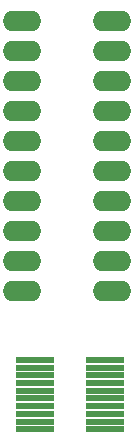
<source format=gbs>
G75*
G70*
%OFA0B0*%
%FSLAX24Y24*%
%IPPOS*%
%LPD*%
%AMOC8*
5,1,8,0,0,1.08239X$1,22.5*
%
%ADD10R,0.1261X0.0218*%
%ADD11O,0.1280X0.0680*%
D10*
X003157Y003069D03*
X003157Y003324D03*
X003157Y003580D03*
X003157Y003836D03*
X003157Y004092D03*
X003157Y004348D03*
X003157Y004604D03*
X003157Y004860D03*
X003157Y005116D03*
X003157Y005372D03*
X005500Y005116D03*
X005509Y005368D03*
X005500Y004860D03*
X005500Y004604D03*
X005500Y004348D03*
X005500Y004092D03*
X005500Y003836D03*
X005500Y003580D03*
X005500Y003324D03*
X005500Y003069D03*
D11*
X005752Y007681D03*
X005752Y008681D03*
X005752Y009681D03*
X005752Y010681D03*
X005752Y011681D03*
X005752Y012681D03*
X005752Y013681D03*
X005752Y014681D03*
X005752Y015681D03*
X005752Y016681D03*
X002752Y016681D03*
X002752Y015681D03*
X002752Y014681D03*
X002752Y013681D03*
X002752Y012681D03*
X002752Y011681D03*
X002752Y010681D03*
X002752Y009681D03*
X002752Y008681D03*
X002752Y007681D03*
M02*

</source>
